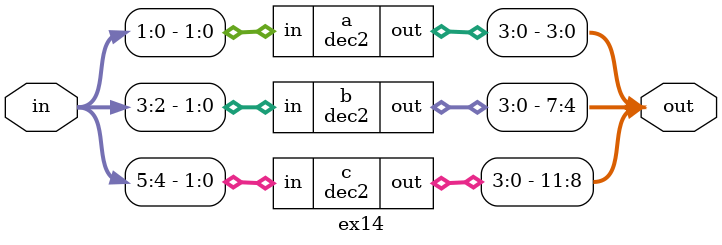
<source format=sv>
module dec2 (
	input logic [1:0] in,
	output logic [3:0] out
);
	always_comb  
		case (in)
			2'b00: out = 4'b0001;
			2'b01: out = 4'b0010;
			2'b10: out = 4'b0100;
			2'b11: out = 4'b1000;
			default: out = 4'b0000;
		endcase
endmodule


module ex14 (
	input logic [5:0] in,
	output logic [63:0] out
);

	dec2 a(in[1:0], out[3:0]);
	dec2 b(in[3:2], out[7:4]);
	dec2 c(in[5:4], out[11:8]);
	
endmodule
</source>
